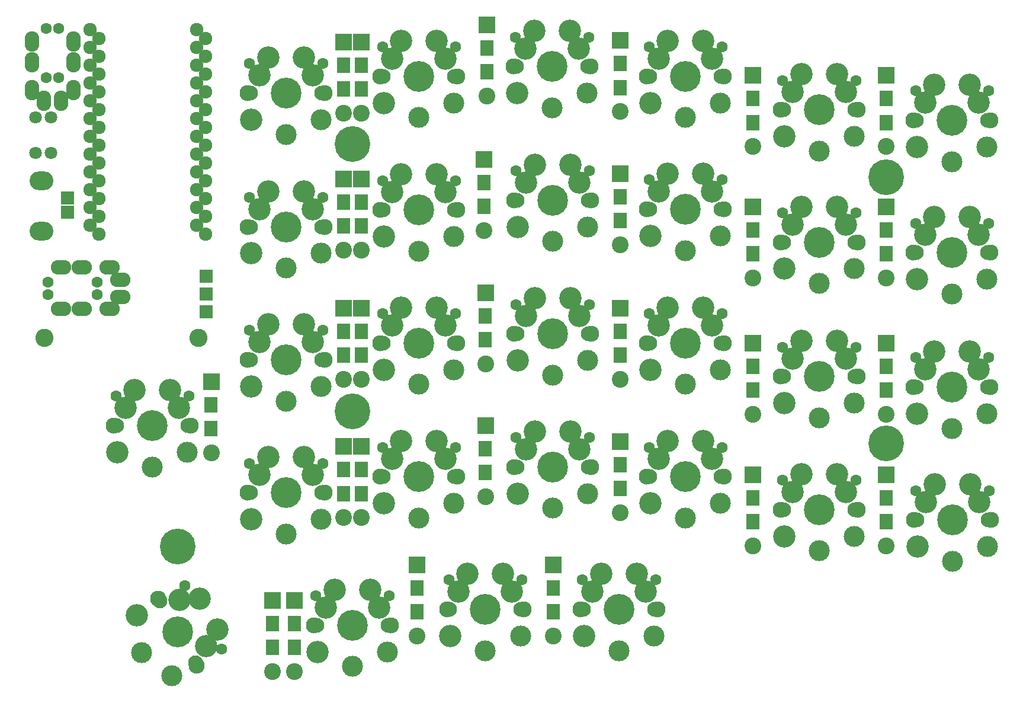
<source format=gbs>
G04 #@! TF.GenerationSoftware,KiCad,Pcbnew,(5.0.0-3-g5ebb6b6)*
G04 #@! TF.CreationDate,2018-08-17T18:08:10+09:00*
G04 #@! TF.ProjectId,Lily58,4C696C7935382E6B696361645F706362,rev?*
G04 #@! TF.SameCoordinates,Original*
G04 #@! TF.FileFunction,Soldermask,Bot*
G04 #@! TF.FilePolarity,Negative*
%FSLAX46Y46*%
G04 Gerber Fmt 4.6, Leading zero omitted, Abs format (unit mm)*
G04 Created by KiCad (PCBNEW (5.0.0-3-g5ebb6b6)) date *
%MOMM*%
%LPD*%
G01*
G04 APERTURE LIST*
%ADD10O,2.900000X2.100000*%
%ADD11C,1.600000*%
%ADD12C,2.300000*%
%ADD13C,3.200000*%
%ADD14C,4.400000*%
%ADD15C,2.100000*%
%ADD16C,3.000000*%
%ADD17O,2.100000X2.900000*%
%ADD18C,1.924000*%
%ADD19C,1.797000*%
%ADD20R,2.398980X2.398980*%
%ADD21C,2.398980*%
%ADD22R,1.900000X2.200000*%
%ADD23R,1.924000X1.924000*%
%ADD24O,3.400000X2.700000*%
%ADD25C,2.600000*%
%ADD26C,5.100400*%
G04 APERTURE END LIST*
D10*
G04 #@! TO.C,J2*
X96800000Y-79100000D03*
X95300000Y-74900000D03*
X91300000Y-74900000D03*
X88300000Y-74900000D03*
D11*
X93500000Y-77000000D03*
X86500000Y-77000000D03*
D10*
X91300000Y-80850000D03*
X88300000Y-80850000D03*
X96800000Y-76650000D03*
X95300000Y-80850000D03*
D11*
X86500000Y-78750000D03*
X93500000Y-78750000D03*
G04 #@! TD*
D12*
G04 #@! TO.C,SW18*
X221200000Y-92000000D03*
X210200000Y-92000000D03*
D11*
X210480000Y-87800000D03*
D13*
X211890000Y-89460000D03*
D14*
X215700000Y-92000000D03*
D15*
X210620000Y-92000000D03*
X220780000Y-92000000D03*
D13*
X219510000Y-89460000D03*
X213160000Y-86920000D03*
X218240000Y-86920000D03*
X210700000Y-95800000D03*
D16*
X215700000Y-97900000D03*
X220700000Y-95800000D03*
D11*
X220920000Y-87800000D03*
G04 #@! TD*
G04 #@! TO.C,J2*
X86250000Y-47800000D03*
X86250000Y-40800000D03*
D17*
X84150000Y-49600000D03*
X88350000Y-51100000D03*
X84150000Y-42600000D03*
X84150000Y-45600000D03*
D11*
X88000000Y-40800000D03*
X88000000Y-47800000D03*
D17*
X90100000Y-42600000D03*
X90100000Y-45600000D03*
X90100000Y-49600000D03*
X85900000Y-51100000D03*
G04 #@! TD*
D12*
G04 #@! TO.C,SW24*
X221250000Y-111000000D03*
X210250000Y-111000000D03*
D11*
X210530000Y-106800000D03*
D13*
X211940000Y-108460000D03*
D14*
X215750000Y-111000000D03*
D15*
X210670000Y-111000000D03*
X220830000Y-111000000D03*
D13*
X219560000Y-108460000D03*
X213210000Y-105920000D03*
X218290000Y-105920000D03*
X210750000Y-114800000D03*
D16*
X215750000Y-116900000D03*
X220750000Y-114800000D03*
D11*
X220970000Y-106800000D03*
G04 #@! TD*
D18*
G04 #@! TO.C,U1*
X92480000Y-40930000D03*
X92480000Y-43470000D03*
X92480000Y-46010000D03*
X92480000Y-48550000D03*
X92480000Y-51090000D03*
X92480000Y-53630000D03*
X92480000Y-56170000D03*
X92480000Y-58710000D03*
X92480000Y-61250000D03*
X92480000Y-63790000D03*
X92480000Y-66330000D03*
X92480000Y-68870000D03*
X107720000Y-68870000D03*
X107720000Y-66330000D03*
X107720000Y-63790000D03*
X107720000Y-61250000D03*
X107720000Y-58710000D03*
X107720000Y-56170000D03*
X107720000Y-53630000D03*
X107720000Y-51090000D03*
X107720000Y-48550000D03*
X107720000Y-46010000D03*
X107720000Y-43470000D03*
X107720000Y-40930000D03*
G04 #@! TD*
D19*
G04 #@! TO.C,R1*
X84688035Y-53499272D03*
X84688035Y-58579272D03*
G04 #@! TD*
D12*
G04 #@! TO.C,SW25*
X106900000Y-97500000D03*
X95900000Y-97500000D03*
D11*
X96180000Y-93300000D03*
D13*
X97590000Y-94960000D03*
D14*
X101400000Y-97500000D03*
D15*
X96320000Y-97500000D03*
X106480000Y-97500000D03*
D13*
X105210000Y-94960000D03*
X98860000Y-92420000D03*
X103940000Y-92420000D03*
X96400000Y-101300000D03*
D16*
X101400000Y-103400000D03*
X106400000Y-101300000D03*
D11*
X106620000Y-93300000D03*
G04 #@! TD*
D12*
G04 #@! TO.C,SW28*
X154500000Y-123750000D03*
X143500000Y-123750000D03*
D11*
X143780000Y-119550000D03*
D13*
X145190000Y-121210000D03*
D14*
X149000000Y-123750000D03*
D15*
X143920000Y-123750000D03*
X154080000Y-123750000D03*
D13*
X152810000Y-121210000D03*
X146460000Y-118670000D03*
X151540000Y-118670000D03*
X144000000Y-127550000D03*
D16*
X149000000Y-129650000D03*
X154000000Y-127550000D03*
D11*
X154220000Y-119550000D03*
G04 #@! TD*
D12*
G04 #@! TO.C,SW1*
X126000000Y-50000000D03*
X115000000Y-50000000D03*
D11*
X115280000Y-45800000D03*
D13*
X116690000Y-47460000D03*
D14*
X120500000Y-50000000D03*
D15*
X115420000Y-50000000D03*
X125580000Y-50000000D03*
D13*
X124310000Y-47460000D03*
X117960000Y-44920000D03*
X123040000Y-44920000D03*
X115500000Y-53800000D03*
D16*
X120500000Y-55900000D03*
X125500000Y-53800000D03*
D11*
X125720000Y-45800000D03*
G04 #@! TD*
G04 #@! TO.C,SW26*
X111247307Y-129420653D03*
D16*
X104209103Y-133230127D03*
X99890450Y-129950000D03*
D13*
X99209103Y-124569873D03*
X110669409Y-126659705D03*
X108129409Y-122260295D03*
X109104705Y-129029557D03*
D15*
X107540000Y-131399409D03*
X102460000Y-122600591D03*
D14*
X105000000Y-127000000D03*
D13*
X105294705Y-122430443D03*
D11*
X106027307Y-120379347D03*
D12*
X102250000Y-122236860D03*
X107750000Y-131763140D03*
G04 #@! TD*
D20*
G04 #@! TO.C,D1*
X128752540Y-42750000D03*
D21*
X128752540Y-52910000D03*
D22*
X128750000Y-46050000D03*
X128750000Y-49450000D03*
G04 #@! TD*
G04 #@! TO.C,D2*
X131250000Y-49450000D03*
X131250000Y-46050000D03*
D21*
X131252540Y-52910000D03*
D20*
X131252540Y-42750000D03*
G04 #@! TD*
G04 #@! TO.C,D3*
X149252540Y-40250000D03*
D21*
X149252540Y-50410000D03*
D22*
X149250000Y-43550000D03*
X149250000Y-46950000D03*
G04 #@! TD*
G04 #@! TO.C,D4*
X168250000Y-49200000D03*
X168250000Y-45800000D03*
D21*
X168252540Y-52660000D03*
D20*
X168252540Y-42500000D03*
G04 #@! TD*
G04 #@! TO.C,D5*
X187252540Y-47500000D03*
D21*
X187252540Y-57660000D03*
D22*
X187250000Y-50800000D03*
X187250000Y-54200000D03*
G04 #@! TD*
G04 #@! TO.C,D6*
X206250000Y-54200000D03*
X206250000Y-50800000D03*
D21*
X206252540Y-57660000D03*
D20*
X206252540Y-47500000D03*
G04 #@! TD*
D22*
G04 #@! TO.C,D7*
X128750000Y-68950000D03*
X128750000Y-65550000D03*
D21*
X128752540Y-72410000D03*
D20*
X128752540Y-62250000D03*
G04 #@! TD*
G04 #@! TO.C,D8*
X131252540Y-62250000D03*
D21*
X131252540Y-72410000D03*
D22*
X131250000Y-65550000D03*
X131250000Y-68950000D03*
G04 #@! TD*
G04 #@! TO.C,D9*
X148750000Y-66200000D03*
X148750000Y-62800000D03*
D21*
X148752540Y-69660000D03*
D20*
X148752540Y-59500000D03*
G04 #@! TD*
G04 #@! TO.C,D10*
X168252540Y-61500000D03*
D21*
X168252540Y-71660000D03*
D22*
X168250000Y-64800000D03*
X168250000Y-68200000D03*
G04 #@! TD*
G04 #@! TO.C,D11*
X187250000Y-72950000D03*
X187250000Y-69550000D03*
D21*
X187252540Y-76410000D03*
D20*
X187252540Y-66250000D03*
G04 #@! TD*
D22*
G04 #@! TO.C,D12*
X206250000Y-72950000D03*
X206250000Y-69550000D03*
D21*
X206252540Y-76410000D03*
D20*
X206252540Y-66250000D03*
G04 #@! TD*
G04 #@! TO.C,D13*
X128752540Y-80750000D03*
D21*
X128752540Y-90910000D03*
D22*
X128750000Y-84050000D03*
X128750000Y-87450000D03*
G04 #@! TD*
G04 #@! TO.C,D14*
X131250000Y-87450000D03*
X131250000Y-84050000D03*
D21*
X131252540Y-90910000D03*
D20*
X131252540Y-80750000D03*
G04 #@! TD*
G04 #@! TO.C,D15*
X149002540Y-78500000D03*
D21*
X149002540Y-88660000D03*
D22*
X149000000Y-81800000D03*
X149000000Y-85200000D03*
G04 #@! TD*
G04 #@! TO.C,D16*
X168250000Y-87450000D03*
X168250000Y-84050000D03*
D21*
X168252540Y-90910000D03*
D20*
X168252540Y-80750000D03*
G04 #@! TD*
G04 #@! TO.C,D17*
X187252540Y-85750000D03*
D21*
X187252540Y-95910000D03*
D22*
X187250000Y-89050000D03*
X187250000Y-92450000D03*
G04 #@! TD*
G04 #@! TO.C,D18*
X206250000Y-92450000D03*
X206250000Y-89050000D03*
D21*
X206252540Y-95910000D03*
D20*
X206252540Y-85750000D03*
G04 #@! TD*
D22*
G04 #@! TO.C,D19*
X128750000Y-107200000D03*
X128750000Y-103800000D03*
D21*
X128752540Y-110660000D03*
D20*
X128752540Y-100500000D03*
G04 #@! TD*
G04 #@! TO.C,D20*
X131252540Y-100500000D03*
D21*
X131252540Y-110660000D03*
D22*
X131250000Y-103800000D03*
X131250000Y-107200000D03*
G04 #@! TD*
G04 #@! TO.C,D21*
X149000000Y-104200000D03*
X149000000Y-100800000D03*
D21*
X149002540Y-107660000D03*
D20*
X149002540Y-97500000D03*
G04 #@! TD*
G04 #@! TO.C,D22*
X168252540Y-99750000D03*
D21*
X168252540Y-109910000D03*
D22*
X168250000Y-103050000D03*
X168250000Y-106450000D03*
G04 #@! TD*
G04 #@! TO.C,D23*
X187250000Y-111200000D03*
X187250000Y-107800000D03*
D21*
X187252540Y-114660000D03*
D20*
X187252540Y-104500000D03*
G04 #@! TD*
G04 #@! TO.C,D24*
X206252540Y-104500000D03*
D21*
X206252540Y-114660000D03*
D22*
X206250000Y-107800000D03*
X206250000Y-111200000D03*
G04 #@! TD*
D20*
G04 #@! TO.C,D25*
X109802540Y-91200000D03*
D21*
X109802540Y-101360000D03*
D22*
X109800000Y-94500000D03*
X109800000Y-97900000D03*
G04 #@! TD*
G04 #@! TO.C,D26*
X118600000Y-129200000D03*
X118600000Y-125800000D03*
D21*
X118602540Y-132660000D03*
D20*
X118602540Y-122500000D03*
G04 #@! TD*
G04 #@! TO.C,D27*
X121702540Y-122500000D03*
D21*
X121702540Y-132660000D03*
D22*
X121700000Y-125800000D03*
X121700000Y-129200000D03*
G04 #@! TD*
G04 #@! TO.C,D28*
X139200000Y-124100000D03*
X139200000Y-120700000D03*
D21*
X139202540Y-127560000D03*
D20*
X139202540Y-117400000D03*
G04 #@! TD*
G04 #@! TO.C,D29*
X158702540Y-117400000D03*
D21*
X158702540Y-127560000D03*
D22*
X158700000Y-120700000D03*
X158700000Y-124100000D03*
G04 #@! TD*
D23*
G04 #@! TO.C,J1*
X109050000Y-76200000D03*
X109050000Y-78740000D03*
X109050000Y-81280000D03*
G04 #@! TD*
D19*
G04 #@! TO.C,R2*
X86938035Y-58579272D03*
X86938035Y-53499272D03*
G04 #@! TD*
D24*
G04 #@! TO.C,RSW1*
X85550000Y-62500000D03*
X85550000Y-69700000D03*
G04 #@! TD*
D11*
G04 #@! TO.C,SW2*
X144720000Y-43400000D03*
D16*
X144500000Y-51400000D03*
X139500000Y-53500000D03*
D13*
X134500000Y-51400000D03*
X142040000Y-42520000D03*
X136960000Y-42520000D03*
X143310000Y-45060000D03*
D15*
X144580000Y-47600000D03*
X134420000Y-47600000D03*
D14*
X139500000Y-47600000D03*
D13*
X135690000Y-45059999D03*
D11*
X134280000Y-43400000D03*
D12*
X134000000Y-47600000D03*
X145000000Y-47600000D03*
G04 #@! TD*
G04 #@! TO.C,SW3*
X164030000Y-46210000D03*
X153030000Y-46210000D03*
D11*
X153310000Y-42010000D03*
D13*
X154720000Y-43670000D03*
D14*
X158530000Y-46210000D03*
D15*
X153450000Y-46210000D03*
X163610000Y-46210000D03*
D13*
X162340000Y-43670000D03*
X155990000Y-41130000D03*
X161070000Y-41130000D03*
X153530000Y-50010000D03*
D16*
X158530000Y-52110000D03*
X163530000Y-50010000D03*
D11*
X163750000Y-42010000D03*
G04 #@! TD*
D12*
G04 #@! TO.C,SW4*
X183100000Y-47600000D03*
X172100000Y-47600000D03*
D11*
X172380000Y-43400000D03*
D13*
X173790000Y-45060000D03*
D14*
X177600000Y-47600000D03*
D15*
X172520000Y-47600000D03*
X182680000Y-47600000D03*
D13*
X181410000Y-45060000D03*
X175060000Y-42520000D03*
X180140000Y-42520000D03*
X172600000Y-51400000D03*
D16*
X177600000Y-53500000D03*
X182600000Y-51400000D03*
D11*
X182820000Y-43400000D03*
G04 #@! TD*
G04 #@! TO.C,SW5*
X201920000Y-48200000D03*
D16*
X201700000Y-56200000D03*
X196700000Y-58300000D03*
D13*
X191700000Y-56200000D03*
X199240000Y-47320000D03*
X194160000Y-47320000D03*
X200510000Y-49860000D03*
D15*
X201780000Y-52400000D03*
X191620000Y-52400000D03*
D14*
X196700000Y-52400000D03*
D13*
X192890000Y-49860000D03*
D11*
X191480000Y-48200000D03*
D12*
X191200000Y-52400000D03*
X202200000Y-52400000D03*
G04 #@! TD*
D11*
G04 #@! TO.C,SW6*
X220920000Y-49700000D03*
D16*
X220700000Y-57700000D03*
X215700000Y-59800000D03*
D13*
X210700000Y-57700000D03*
X218240000Y-48820000D03*
X213160000Y-48820000D03*
X219510000Y-51360000D03*
D15*
X220780000Y-53900000D03*
X210620000Y-53900000D03*
D14*
X215700000Y-53900000D03*
D13*
X211890000Y-51360000D03*
D11*
X210480000Y-49700000D03*
D12*
X210200000Y-53900000D03*
X221200000Y-53900000D03*
G04 #@! TD*
G04 #@! TO.C,SW7*
X126000000Y-69100000D03*
X115000000Y-69100000D03*
D11*
X115280000Y-64900000D03*
D13*
X116690000Y-66560000D03*
D14*
X120500000Y-69100000D03*
D15*
X115420000Y-69100000D03*
X125580000Y-69100000D03*
D13*
X124310000Y-66560000D03*
X117960000Y-64020000D03*
X123040000Y-64020000D03*
X115500000Y-72900000D03*
D16*
X120500000Y-75000000D03*
X125500000Y-72900000D03*
D11*
X125720000Y-64900000D03*
G04 #@! TD*
G04 #@! TO.C,SW8*
X144720000Y-62500000D03*
D16*
X144500000Y-70500000D03*
X139500000Y-72600000D03*
D13*
X134500000Y-70500000D03*
X142040000Y-61620000D03*
X136960000Y-61620000D03*
X143310000Y-64160000D03*
D15*
X144580000Y-66700000D03*
X134420000Y-66700000D03*
D14*
X139500000Y-66700000D03*
D13*
X135690000Y-64160000D03*
D11*
X134280000Y-62500000D03*
D12*
X134000000Y-66700000D03*
X145000000Y-66700000D03*
G04 #@! TD*
G04 #@! TO.C,SW9*
X164100000Y-65300000D03*
X153100000Y-65300000D03*
D11*
X153380000Y-61100000D03*
D13*
X154790000Y-62760000D03*
D14*
X158600000Y-65300000D03*
D15*
X153520000Y-65300000D03*
X163680000Y-65300000D03*
D13*
X162410000Y-62760000D03*
X156060000Y-60220000D03*
X161140000Y-60220000D03*
X153600000Y-69100000D03*
D16*
X158600000Y-71200000D03*
X163600000Y-69100000D03*
D11*
X163820000Y-61100000D03*
G04 #@! TD*
G04 #@! TO.C,SW10*
X182820000Y-62400000D03*
D16*
X182600000Y-70400000D03*
X177600000Y-72500000D03*
D13*
X172600000Y-70400000D03*
X180140000Y-61520000D03*
X175060000Y-61520000D03*
X181410000Y-64060000D03*
D15*
X182680000Y-66600000D03*
X172520000Y-66600000D03*
D14*
X177600000Y-66600000D03*
D13*
X173790000Y-64060000D03*
D11*
X172380000Y-62400000D03*
D12*
X172100000Y-66600000D03*
X183100000Y-66600000D03*
G04 #@! TD*
G04 #@! TO.C,SW11*
X202200000Y-71300000D03*
X191200000Y-71300000D03*
D11*
X191480000Y-67100000D03*
D13*
X192890000Y-68760000D03*
D14*
X196700000Y-71300000D03*
D15*
X191620000Y-71300000D03*
X201780000Y-71300000D03*
D13*
X200510000Y-68760000D03*
X194160000Y-66220000D03*
X199240000Y-66220000D03*
X191700000Y-75100000D03*
D16*
X196700000Y-77200000D03*
X201700000Y-75100000D03*
D11*
X201920000Y-67100000D03*
G04 #@! TD*
G04 #@! TO.C,SW12*
X220920000Y-68600000D03*
D16*
X220700000Y-76600000D03*
X215700000Y-78700000D03*
D13*
X210700000Y-76600000D03*
X218240000Y-67720000D03*
X213160000Y-67720000D03*
X219510000Y-70260000D03*
D15*
X220780000Y-72800000D03*
X210620000Y-72800000D03*
D14*
X215700000Y-72800000D03*
D13*
X211890000Y-70260000D03*
D11*
X210480000Y-68600000D03*
D12*
X210200000Y-72800000D03*
X221200000Y-72800000D03*
G04 #@! TD*
D11*
G04 #@! TO.C,SW13*
X125720000Y-83900000D03*
D16*
X125500000Y-91900000D03*
X120500000Y-94000000D03*
D13*
X115500000Y-91900000D03*
X123040000Y-83020000D03*
X117960000Y-83020000D03*
X124310000Y-85560000D03*
D15*
X125580000Y-88100000D03*
X115420000Y-88100000D03*
D14*
X120500000Y-88100000D03*
D13*
X116690000Y-85560000D03*
D11*
X115280000Y-83900000D03*
D12*
X115000000Y-88100000D03*
X126000000Y-88100000D03*
G04 #@! TD*
G04 #@! TO.C,SW14*
X145000000Y-85700000D03*
X134000000Y-85700000D03*
D11*
X134280000Y-81500000D03*
D13*
X135690000Y-83160000D03*
D14*
X139500000Y-85700000D03*
D15*
X134420000Y-85700000D03*
X144580000Y-85700000D03*
D13*
X143310000Y-83160000D03*
X136960000Y-80620000D03*
X142040000Y-80620000D03*
X134500000Y-89500000D03*
D16*
X139500000Y-91600000D03*
X144500000Y-89500000D03*
D11*
X144720000Y-81500000D03*
G04 #@! TD*
G04 #@! TO.C,SW15*
X163820000Y-80200000D03*
D16*
X163600000Y-88200000D03*
X158600000Y-90300000D03*
D13*
X153600000Y-88200000D03*
X161140000Y-79320000D03*
X156060000Y-79320000D03*
X162410000Y-81860000D03*
D15*
X163680000Y-84400000D03*
X153520000Y-84400000D03*
D14*
X158600000Y-84400000D03*
D13*
X154790000Y-81860000D03*
D11*
X153380000Y-80200000D03*
D12*
X153100000Y-84400000D03*
X164100000Y-84400000D03*
G04 #@! TD*
G04 #@! TO.C,SW16*
X183100000Y-85700000D03*
X172100000Y-85700000D03*
D11*
X172380000Y-81500000D03*
D13*
X173790000Y-83160000D03*
D14*
X177600000Y-85700000D03*
D15*
X172520000Y-85700000D03*
X182680000Y-85700000D03*
D13*
X181410000Y-83160000D03*
X175060000Y-80620000D03*
X180140000Y-80620000D03*
X172600000Y-89500000D03*
D16*
X177600000Y-91600000D03*
X182600000Y-89500000D03*
D11*
X182820000Y-81500000D03*
G04 #@! TD*
G04 #@! TO.C,SW17*
X201920000Y-86300000D03*
D16*
X201700000Y-94300000D03*
X196700000Y-96400000D03*
D13*
X191700000Y-94300000D03*
X199240000Y-85420000D03*
X194160000Y-85420000D03*
X200510000Y-87960000D03*
D15*
X201780000Y-90500000D03*
X191620000Y-90500000D03*
D14*
X196700000Y-90500000D03*
D13*
X192890000Y-87960000D03*
D11*
X191480000Y-86300000D03*
D12*
X191200000Y-90500000D03*
X202200000Y-90500000D03*
G04 #@! TD*
G04 #@! TO.C,SW19*
X126000000Y-107100000D03*
X115000000Y-107100000D03*
D11*
X115280000Y-102900000D03*
D13*
X116690000Y-104560000D03*
D14*
X120500000Y-107100000D03*
D15*
X115420000Y-107100000D03*
X125580000Y-107100000D03*
D13*
X124310000Y-104560000D03*
X117960000Y-102020000D03*
X123040000Y-102020000D03*
X115500000Y-110900000D03*
D16*
X120500000Y-113000000D03*
X125500000Y-110900000D03*
D11*
X125720000Y-102900000D03*
G04 #@! TD*
G04 #@! TO.C,SW20*
X144720000Y-100600000D03*
D16*
X144500000Y-108600000D03*
X139500000Y-110700000D03*
D13*
X134500000Y-108600000D03*
X142040000Y-99720000D03*
X136960000Y-99720000D03*
X143310000Y-102260000D03*
D15*
X144580000Y-104800000D03*
X134420000Y-104800000D03*
D14*
X139500000Y-104800000D03*
D13*
X135690000Y-102260000D03*
D11*
X134280000Y-100600000D03*
D12*
X134000000Y-104800000D03*
X145000000Y-104800000D03*
G04 #@! TD*
D11*
G04 #@! TO.C,SW21*
X163820000Y-99200000D03*
D16*
X163600000Y-107200000D03*
X158600000Y-109300000D03*
D13*
X153600000Y-107200000D03*
X161140000Y-98320000D03*
X156060000Y-98320000D03*
X162410000Y-100860000D03*
D15*
X163680000Y-103400000D03*
X153520000Y-103400000D03*
D14*
X158600000Y-103400000D03*
D13*
X154790000Y-100860000D03*
D11*
X153380000Y-99200000D03*
D12*
X153100000Y-103400000D03*
X164100000Y-103400000D03*
G04 #@! TD*
G04 #@! TO.C,SW22*
X183100000Y-104800000D03*
X172100000Y-104800000D03*
D11*
X172380000Y-100600000D03*
D13*
X173790000Y-102260000D03*
D14*
X177600000Y-104800000D03*
D15*
X172520000Y-104800000D03*
X182680000Y-104800000D03*
D13*
X181410000Y-102260000D03*
X175060000Y-99720000D03*
X180140000Y-99720000D03*
X172600000Y-108600000D03*
D16*
X177600000Y-110700000D03*
X182600000Y-108600000D03*
D11*
X182820000Y-100600000D03*
G04 #@! TD*
G04 #@! TO.C,SW23*
X201920000Y-105300000D03*
D16*
X201700000Y-113300000D03*
X196700000Y-115400000D03*
D13*
X191700000Y-113300000D03*
X199240000Y-104420000D03*
X194160000Y-104420000D03*
X200510000Y-106960000D03*
D15*
X201780000Y-109500000D03*
X191620000Y-109500000D03*
D14*
X196700000Y-109500000D03*
D13*
X192890000Y-106960000D03*
D11*
X191480000Y-105300000D03*
D12*
X191200000Y-109500000D03*
X202200000Y-109500000D03*
G04 #@! TD*
D11*
G04 #@! TO.C,SW27*
X135220000Y-121800000D03*
D16*
X135000000Y-129800000D03*
X130000000Y-131900000D03*
D13*
X125000000Y-129800000D03*
X132540000Y-120920000D03*
X127460000Y-120920000D03*
X133810000Y-123460000D03*
D15*
X135080000Y-126000000D03*
X124920000Y-126000000D03*
D14*
X130000000Y-126000000D03*
D13*
X126190000Y-123460000D03*
D11*
X124780000Y-121800000D03*
D12*
X124500000Y-126000000D03*
X135500000Y-126000000D03*
G04 #@! TD*
D11*
G04 #@! TO.C,SW29*
X173320000Y-119550000D03*
D16*
X173100000Y-127550000D03*
X168100000Y-129650000D03*
D13*
X163100000Y-127550000D03*
X170640000Y-118670000D03*
X165560000Y-118670000D03*
X171910000Y-121210000D03*
D15*
X173180000Y-123750000D03*
X163020000Y-123750000D03*
D14*
X168100000Y-123750000D03*
D13*
X164290000Y-121210000D03*
D11*
X162880000Y-119550000D03*
D12*
X162600000Y-123750000D03*
X173600000Y-123750000D03*
G04 #@! TD*
D18*
G04 #@! TO.C,U1*
X109020000Y-42230000D03*
X109020000Y-44770000D03*
X109020000Y-47310000D03*
X109020000Y-49850000D03*
X109020000Y-52390000D03*
X109020000Y-54930000D03*
X109020000Y-57470000D03*
X109020000Y-60010000D03*
X109020000Y-62550000D03*
X109020000Y-65090000D03*
X109020000Y-67630000D03*
X109020000Y-70170000D03*
X93780000Y-70170000D03*
X93780000Y-67630000D03*
X93780000Y-65090000D03*
X93780000Y-62550000D03*
X93780000Y-60010000D03*
X93780000Y-57470000D03*
X93780000Y-54930000D03*
X93780000Y-52390000D03*
X93780000Y-49850000D03*
X93780000Y-47310000D03*
X93780000Y-44770000D03*
X93780000Y-42230000D03*
G04 #@! TD*
D25*
G04 #@! TO.C,U2*
X108000000Y-85000000D03*
G04 #@! TD*
G04 #@! TO.C,U3*
X86000000Y-85000000D03*
G04 #@! TD*
D26*
G04 #@! TO.C,U4*
X130000000Y-95500000D03*
G04 #@! TD*
G04 #@! TO.C,U5*
X130000000Y-57250000D03*
G04 #@! TD*
G04 #@! TO.C,U6*
X206250000Y-62000000D03*
G04 #@! TD*
G04 #@! TO.C,U7*
X206250000Y-100000000D03*
G04 #@! TD*
G04 #@! TO.C,U8*
X105000000Y-114800000D03*
G04 #@! TD*
D23*
G04 #@! TO.C,W1*
X89300000Y-65000000D03*
X89300000Y-67000000D03*
G04 #@! TD*
M02*

</source>
